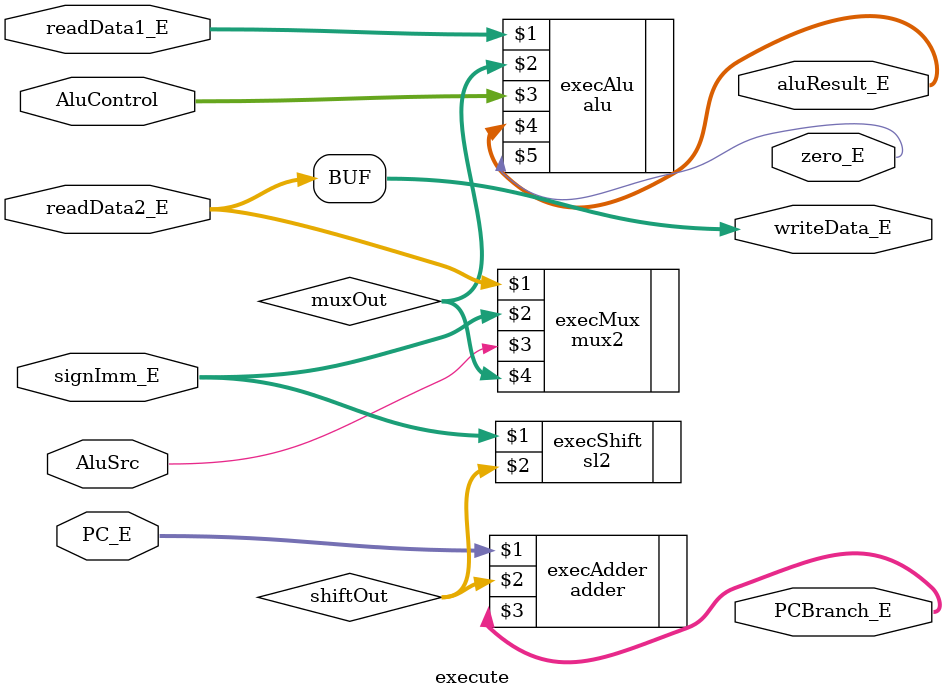
<source format=sv>
module execute #(parameter N = 64) (input logic  AluSrc,
												 input logic  [3:0] AluControl,
												 input logic  [N-1:0] PC_E, signImm_E, readData1_E, readData2_E,
												 output logic [N-1:0] PCBranch_E, aluResult_E, writeData_E,
												 output logic zero_E);
	
	// salida del mux y salida del shift
	logic [63:0] muxOut, shiftOut;
	
	// instanciacion del mux
	mux2 execMux(readData2_E, signImm_E, AluSrc, muxOut);
	
	// instanciacion de la alu
	alu execAlu(readData1_E, muxOut, AluControl, aluResult_E, zero_E);
	
	// instanciacion del shift
	sl2 execShift(signImm_E, shiftOut);
	
	// instanciacion del sumador
	adder execAdder(PC_E, shiftOut, PCBranch_E);
	
	// asigna la readData2_E a la salida del modulo writeData_E
	assign writeData_E = readData2_E;
	
endmodule
</source>
